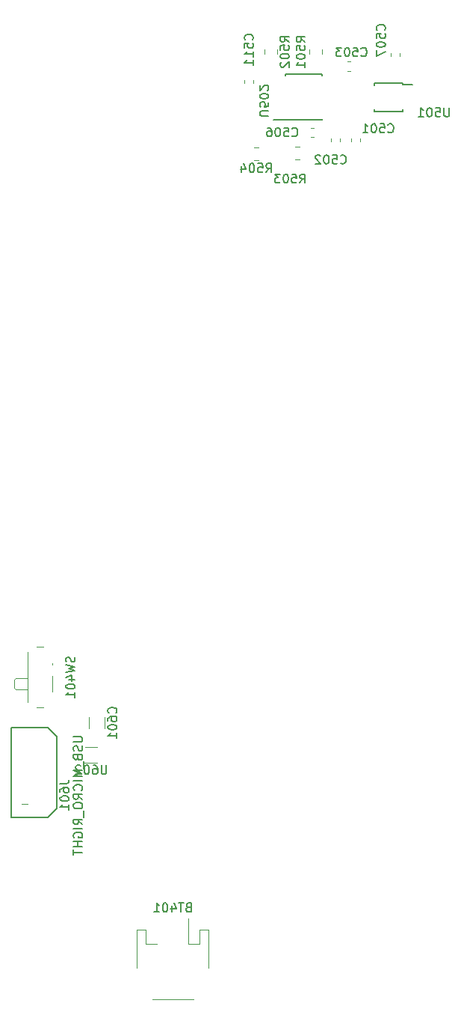
<source format=gbo>
G04 #@! TF.GenerationSoftware,KiCad,Pcbnew,(5.0.2-5)-5*
G04 #@! TF.CreationDate,2019-02-17T18:08:13-08:00*
G04 #@! TF.ProjectId,DC27-badge,44433237-2d62-4616-9467-652e6b696361,rev?*
G04 #@! TF.SameCoordinates,Original*
G04 #@! TF.FileFunction,Legend,Bot*
G04 #@! TF.FilePolarity,Positive*
%FSLAX46Y46*%
G04 Gerber Fmt 4.6, Leading zero omitted, Abs format (unit mm)*
G04 Created by KiCad (PCBNEW (5.0.2-5)-5) date Sunday, February 17, 2019 at 06:08:13 PM*
%MOMM*%
%LPD*%
G01*
G04 APERTURE LIST*
%ADD10C,0.120000*%
%ADD11C,0.150000*%
%ADD12C,0.127000*%
%ADD13C,0.007620*%
%ADD14C,0.152400*%
G04 APERTURE END LIST*
D10*
G04 #@! TO.C,R501*
X101230000Y-50023922D02*
X101230000Y-50541078D01*
X102650000Y-50023922D02*
X102650000Y-50541078D01*
D11*
G04 #@! TO.C,U502*
X98525000Y-57975000D02*
X98525000Y-57925000D01*
X102675000Y-57975000D02*
X102675000Y-57830000D01*
X102675000Y-52825000D02*
X102675000Y-52970000D01*
X98525000Y-52825000D02*
X98525000Y-52970000D01*
X98525000Y-57975000D02*
X102675000Y-57975000D01*
X98525000Y-52825000D02*
X102675000Y-52825000D01*
X98525000Y-57925000D02*
X97125000Y-57925000D01*
D10*
G04 #@! TO.C,R504*
X94941422Y-61090000D02*
X95458578Y-61090000D01*
X94941422Y-62510000D02*
X95458578Y-62510000D01*
G04 #@! TO.C,R502*
X96120000Y-50521078D02*
X96120000Y-50003922D01*
X97540000Y-50521078D02*
X97540000Y-50003922D01*
G04 #@! TO.C,R503*
X99641422Y-62460000D02*
X100158578Y-62460000D01*
X99641422Y-61040000D02*
X100158578Y-61040000D01*
G04 #@! TO.C,U602*
X75610000Y-130710000D02*
X77160000Y-130710000D01*
X77160000Y-128910000D02*
X75860000Y-128910000D01*
D12*
G04 #@! TO.C,J601*
X67475040Y-136880000D02*
X67475040Y-126720000D01*
X67475040Y-136880000D02*
X71627940Y-136880000D01*
X71627940Y-136880000D02*
X72628700Y-135879239D01*
X72628700Y-135879239D02*
X72628699Y-127720759D01*
X72628699Y-127720759D02*
X71627940Y-126720000D01*
X71627940Y-126720000D02*
X67475040Y-126720000D01*
D13*
X69280980Y-135348380D02*
X68582480Y-135348380D01*
D10*
G04 #@! TO.C,BT401*
X89810000Y-153840000D02*
X89810000Y-149590000D01*
X89810000Y-149590000D02*
X88790000Y-149590000D01*
X88790000Y-149590000D02*
X88790000Y-151190000D01*
X88790000Y-151190000D02*
X87510000Y-151190000D01*
X87510000Y-151190000D02*
X87510000Y-148300000D01*
X81690000Y-153840000D02*
X81690000Y-149590000D01*
X81690000Y-149590000D02*
X82710000Y-149590000D01*
X82710000Y-149590000D02*
X82710000Y-151190000D01*
X82710000Y-151190000D02*
X83990000Y-151190000D01*
X88090000Y-157410000D02*
X83410000Y-157410000D01*
G04 #@! TO.C,SW401*
X72120000Y-119600000D02*
X72120000Y-119400000D01*
X67980000Y-122400000D02*
X67770000Y-122200000D01*
X67980000Y-121100000D02*
X67770000Y-121300000D01*
X69270000Y-122400000D02*
X67980000Y-122400000D01*
X67770000Y-122200000D02*
X67770000Y-121300000D01*
X67980000Y-121100000D02*
X69270000Y-121100000D01*
X69270000Y-123850000D02*
X69270000Y-118150000D01*
X72120000Y-122600000D02*
X72120000Y-120900000D01*
X71070000Y-124450000D02*
X70280000Y-124450000D01*
X70280000Y-117550000D02*
X71070000Y-117550000D01*
G04 #@! TO.C,C511*
X94910000Y-53775279D02*
X94910000Y-53449721D01*
X93890000Y-53775279D02*
X93890000Y-53449721D01*
G04 #@! TO.C,C507*
X111470000Y-50775279D02*
X111470000Y-50449721D01*
X110450000Y-50775279D02*
X110450000Y-50449721D01*
G04 #@! TO.C,C501*
X106960000Y-60059721D02*
X106960000Y-60385279D01*
X105940000Y-60059721D02*
X105940000Y-60385279D01*
G04 #@! TO.C,C502*
X103690000Y-60049721D02*
X103690000Y-60375279D01*
X104710000Y-60049721D02*
X104710000Y-60375279D01*
G04 #@! TO.C,C503*
X105574721Y-51390000D02*
X105900279Y-51390000D01*
X105574721Y-52410000D02*
X105900279Y-52410000D01*
G04 #@! TO.C,C506*
X101374721Y-59910000D02*
X101700279Y-59910000D01*
X101374721Y-58890000D02*
X101700279Y-58890000D01*
G04 #@! TO.C,C601*
X78030000Y-126762064D02*
X78030000Y-125557936D01*
X76210000Y-126762064D02*
X76210000Y-125557936D01*
D11*
G04 #@! TO.C,U501*
X111825000Y-53775000D02*
X111825000Y-53950000D01*
X108575000Y-53775000D02*
X108575000Y-54050000D01*
X108575000Y-57025000D02*
X108575000Y-56750000D01*
X111825000Y-57025000D02*
X111825000Y-56750000D01*
X111825000Y-53775000D02*
X108575000Y-53775000D01*
X111825000Y-57025000D02*
X108575000Y-57025000D01*
X111825000Y-53950000D02*
X112900000Y-53950000D01*
G04 #@! TO.C,R501*
X100742380Y-49163452D02*
X100266190Y-48830119D01*
X100742380Y-48592023D02*
X99742380Y-48592023D01*
X99742380Y-48972976D01*
X99790000Y-49068214D01*
X99837619Y-49115833D01*
X99932857Y-49163452D01*
X100075714Y-49163452D01*
X100170952Y-49115833D01*
X100218571Y-49068214D01*
X100266190Y-48972976D01*
X100266190Y-48592023D01*
X99742380Y-50068214D02*
X99742380Y-49592023D01*
X100218571Y-49544404D01*
X100170952Y-49592023D01*
X100123333Y-49687261D01*
X100123333Y-49925357D01*
X100170952Y-50020595D01*
X100218571Y-50068214D01*
X100313809Y-50115833D01*
X100551904Y-50115833D01*
X100647142Y-50068214D01*
X100694761Y-50020595D01*
X100742380Y-49925357D01*
X100742380Y-49687261D01*
X100694761Y-49592023D01*
X100647142Y-49544404D01*
X99742380Y-50734880D02*
X99742380Y-50830119D01*
X99790000Y-50925357D01*
X99837619Y-50972976D01*
X99932857Y-51020595D01*
X100123333Y-51068214D01*
X100361428Y-51068214D01*
X100551904Y-51020595D01*
X100647142Y-50972976D01*
X100694761Y-50925357D01*
X100742380Y-50830119D01*
X100742380Y-50734880D01*
X100694761Y-50639642D01*
X100647142Y-50592023D01*
X100551904Y-50544404D01*
X100361428Y-50496785D01*
X100123333Y-50496785D01*
X99932857Y-50544404D01*
X99837619Y-50592023D01*
X99790000Y-50639642D01*
X99742380Y-50734880D01*
X100742380Y-52020595D02*
X100742380Y-51449166D01*
X100742380Y-51734880D02*
X99742380Y-51734880D01*
X99885238Y-51639642D01*
X99980476Y-51544404D01*
X100028095Y-51449166D01*
G04 #@! TO.C,U502*
X96597619Y-57514285D02*
X95788095Y-57514285D01*
X95692857Y-57466666D01*
X95645238Y-57419047D01*
X95597619Y-57323809D01*
X95597619Y-57133333D01*
X95645238Y-57038095D01*
X95692857Y-56990476D01*
X95788095Y-56942857D01*
X96597619Y-56942857D01*
X96597619Y-55990476D02*
X96597619Y-56466666D01*
X96121428Y-56514285D01*
X96169047Y-56466666D01*
X96216666Y-56371428D01*
X96216666Y-56133333D01*
X96169047Y-56038095D01*
X96121428Y-55990476D01*
X96026190Y-55942857D01*
X95788095Y-55942857D01*
X95692857Y-55990476D01*
X95645238Y-56038095D01*
X95597619Y-56133333D01*
X95597619Y-56371428D01*
X95645238Y-56466666D01*
X95692857Y-56514285D01*
X96597619Y-55323809D02*
X96597619Y-55228571D01*
X96550000Y-55133333D01*
X96502380Y-55085714D01*
X96407142Y-55038095D01*
X96216666Y-54990476D01*
X95978571Y-54990476D01*
X95788095Y-55038095D01*
X95692857Y-55085714D01*
X95645238Y-55133333D01*
X95597619Y-55228571D01*
X95597619Y-55323809D01*
X95645238Y-55419047D01*
X95692857Y-55466666D01*
X95788095Y-55514285D01*
X95978571Y-55561904D01*
X96216666Y-55561904D01*
X96407142Y-55514285D01*
X96502380Y-55466666D01*
X96550000Y-55419047D01*
X96597619Y-55323809D01*
X96502380Y-54609523D02*
X96550000Y-54561904D01*
X96597619Y-54466666D01*
X96597619Y-54228571D01*
X96550000Y-54133333D01*
X96502380Y-54085714D01*
X96407142Y-54038095D01*
X96311904Y-54038095D01*
X96169047Y-54085714D01*
X95597619Y-54657142D01*
X95597619Y-54038095D01*
G04 #@! TO.C,R504*
X96319047Y-63902380D02*
X96652380Y-63426190D01*
X96890476Y-63902380D02*
X96890476Y-62902380D01*
X96509523Y-62902380D01*
X96414285Y-62950000D01*
X96366666Y-62997619D01*
X96319047Y-63092857D01*
X96319047Y-63235714D01*
X96366666Y-63330952D01*
X96414285Y-63378571D01*
X96509523Y-63426190D01*
X96890476Y-63426190D01*
X95414285Y-62902380D02*
X95890476Y-62902380D01*
X95938095Y-63378571D01*
X95890476Y-63330952D01*
X95795238Y-63283333D01*
X95557142Y-63283333D01*
X95461904Y-63330952D01*
X95414285Y-63378571D01*
X95366666Y-63473809D01*
X95366666Y-63711904D01*
X95414285Y-63807142D01*
X95461904Y-63854761D01*
X95557142Y-63902380D01*
X95795238Y-63902380D01*
X95890476Y-63854761D01*
X95938095Y-63807142D01*
X94747619Y-62902380D02*
X94652380Y-62902380D01*
X94557142Y-62950000D01*
X94509523Y-62997619D01*
X94461904Y-63092857D01*
X94414285Y-63283333D01*
X94414285Y-63521428D01*
X94461904Y-63711904D01*
X94509523Y-63807142D01*
X94557142Y-63854761D01*
X94652380Y-63902380D01*
X94747619Y-63902380D01*
X94842857Y-63854761D01*
X94890476Y-63807142D01*
X94938095Y-63711904D01*
X94985714Y-63521428D01*
X94985714Y-63283333D01*
X94938095Y-63092857D01*
X94890476Y-62997619D01*
X94842857Y-62950000D01*
X94747619Y-62902380D01*
X93557142Y-63235714D02*
X93557142Y-63902380D01*
X93795238Y-62854761D02*
X94033333Y-63569047D01*
X93414285Y-63569047D01*
G04 #@! TO.C,R502*
X98932380Y-49143452D02*
X98456190Y-48810119D01*
X98932380Y-48572023D02*
X97932380Y-48572023D01*
X97932380Y-48952976D01*
X97980000Y-49048214D01*
X98027619Y-49095833D01*
X98122857Y-49143452D01*
X98265714Y-49143452D01*
X98360952Y-49095833D01*
X98408571Y-49048214D01*
X98456190Y-48952976D01*
X98456190Y-48572023D01*
X97932380Y-50048214D02*
X97932380Y-49572023D01*
X98408571Y-49524404D01*
X98360952Y-49572023D01*
X98313333Y-49667261D01*
X98313333Y-49905357D01*
X98360952Y-50000595D01*
X98408571Y-50048214D01*
X98503809Y-50095833D01*
X98741904Y-50095833D01*
X98837142Y-50048214D01*
X98884761Y-50000595D01*
X98932380Y-49905357D01*
X98932380Y-49667261D01*
X98884761Y-49572023D01*
X98837142Y-49524404D01*
X97932380Y-50714880D02*
X97932380Y-50810119D01*
X97980000Y-50905357D01*
X98027619Y-50952976D01*
X98122857Y-51000595D01*
X98313333Y-51048214D01*
X98551428Y-51048214D01*
X98741904Y-51000595D01*
X98837142Y-50952976D01*
X98884761Y-50905357D01*
X98932380Y-50810119D01*
X98932380Y-50714880D01*
X98884761Y-50619642D01*
X98837142Y-50572023D01*
X98741904Y-50524404D01*
X98551428Y-50476785D01*
X98313333Y-50476785D01*
X98122857Y-50524404D01*
X98027619Y-50572023D01*
X97980000Y-50619642D01*
X97932380Y-50714880D01*
X98027619Y-51429166D02*
X97980000Y-51476785D01*
X97932380Y-51572023D01*
X97932380Y-51810119D01*
X97980000Y-51905357D01*
X98027619Y-51952976D01*
X98122857Y-52000595D01*
X98218095Y-52000595D01*
X98360952Y-51952976D01*
X98932380Y-51381547D01*
X98932380Y-52000595D01*
G04 #@! TO.C,R503*
X100159047Y-65102380D02*
X100492380Y-64626190D01*
X100730476Y-65102380D02*
X100730476Y-64102380D01*
X100349523Y-64102380D01*
X100254285Y-64150000D01*
X100206666Y-64197619D01*
X100159047Y-64292857D01*
X100159047Y-64435714D01*
X100206666Y-64530952D01*
X100254285Y-64578571D01*
X100349523Y-64626190D01*
X100730476Y-64626190D01*
X99254285Y-64102380D02*
X99730476Y-64102380D01*
X99778095Y-64578571D01*
X99730476Y-64530952D01*
X99635238Y-64483333D01*
X99397142Y-64483333D01*
X99301904Y-64530952D01*
X99254285Y-64578571D01*
X99206666Y-64673809D01*
X99206666Y-64911904D01*
X99254285Y-65007142D01*
X99301904Y-65054761D01*
X99397142Y-65102380D01*
X99635238Y-65102380D01*
X99730476Y-65054761D01*
X99778095Y-65007142D01*
X98587619Y-64102380D02*
X98492380Y-64102380D01*
X98397142Y-64150000D01*
X98349523Y-64197619D01*
X98301904Y-64292857D01*
X98254285Y-64483333D01*
X98254285Y-64721428D01*
X98301904Y-64911904D01*
X98349523Y-65007142D01*
X98397142Y-65054761D01*
X98492380Y-65102380D01*
X98587619Y-65102380D01*
X98682857Y-65054761D01*
X98730476Y-65007142D01*
X98778095Y-64911904D01*
X98825714Y-64721428D01*
X98825714Y-64483333D01*
X98778095Y-64292857D01*
X98730476Y-64197619D01*
X98682857Y-64150000D01*
X98587619Y-64102380D01*
X97920952Y-64102380D02*
X97301904Y-64102380D01*
X97635238Y-64483333D01*
X97492380Y-64483333D01*
X97397142Y-64530952D01*
X97349523Y-64578571D01*
X97301904Y-64673809D01*
X97301904Y-64911904D01*
X97349523Y-65007142D01*
X97397142Y-65054761D01*
X97492380Y-65102380D01*
X97778095Y-65102380D01*
X97873333Y-65054761D01*
X97920952Y-65007142D01*
G04 #@! TO.C,U602*
X78224285Y-130962380D02*
X78224285Y-131771904D01*
X78176666Y-131867142D01*
X78129047Y-131914761D01*
X78033809Y-131962380D01*
X77843333Y-131962380D01*
X77748095Y-131914761D01*
X77700476Y-131867142D01*
X77652857Y-131771904D01*
X77652857Y-130962380D01*
X76748095Y-130962380D02*
X76938571Y-130962380D01*
X77033809Y-131010000D01*
X77081428Y-131057619D01*
X77176666Y-131200476D01*
X77224285Y-131390952D01*
X77224285Y-131771904D01*
X77176666Y-131867142D01*
X77129047Y-131914761D01*
X77033809Y-131962380D01*
X76843333Y-131962380D01*
X76748095Y-131914761D01*
X76700476Y-131867142D01*
X76652857Y-131771904D01*
X76652857Y-131533809D01*
X76700476Y-131438571D01*
X76748095Y-131390952D01*
X76843333Y-131343333D01*
X77033809Y-131343333D01*
X77129047Y-131390952D01*
X77176666Y-131438571D01*
X77224285Y-131533809D01*
X76033809Y-130962380D02*
X75938571Y-130962380D01*
X75843333Y-131010000D01*
X75795714Y-131057619D01*
X75748095Y-131152857D01*
X75700476Y-131343333D01*
X75700476Y-131581428D01*
X75748095Y-131771904D01*
X75795714Y-131867142D01*
X75843333Y-131914761D01*
X75938571Y-131962380D01*
X76033809Y-131962380D01*
X76129047Y-131914761D01*
X76176666Y-131867142D01*
X76224285Y-131771904D01*
X76271904Y-131581428D01*
X76271904Y-131343333D01*
X76224285Y-131152857D01*
X76176666Y-131057619D01*
X76129047Y-131010000D01*
X76033809Y-130962380D01*
X75319523Y-131057619D02*
X75271904Y-131010000D01*
X75176666Y-130962380D01*
X74938571Y-130962380D01*
X74843333Y-131010000D01*
X74795714Y-131057619D01*
X74748095Y-131152857D01*
X74748095Y-131248095D01*
X74795714Y-131390952D01*
X75367142Y-131962380D01*
X74748095Y-131962380D01*
G04 #@! TO.C,J601*
D14*
X72979099Y-133033714D02*
X73704813Y-133033714D01*
X73849956Y-132985333D01*
X73946718Y-132888571D01*
X73995099Y-132743428D01*
X73995099Y-132646666D01*
X72979099Y-133952952D02*
X72979099Y-133759428D01*
X73027480Y-133662666D01*
X73075860Y-133614285D01*
X73221003Y-133517523D01*
X73414527Y-133469142D01*
X73801575Y-133469142D01*
X73898337Y-133517523D01*
X73946718Y-133565904D01*
X73995099Y-133662666D01*
X73995099Y-133856190D01*
X73946718Y-133952952D01*
X73898337Y-134001333D01*
X73801575Y-134049714D01*
X73559670Y-134049714D01*
X73462908Y-134001333D01*
X73414527Y-133952952D01*
X73366146Y-133856190D01*
X73366146Y-133662666D01*
X73414527Y-133565904D01*
X73462908Y-133517523D01*
X73559670Y-133469142D01*
X72979099Y-134678666D02*
X72979099Y-134775428D01*
X73027480Y-134872190D01*
X73075860Y-134920571D01*
X73172622Y-134968952D01*
X73366146Y-135017333D01*
X73608051Y-135017333D01*
X73801575Y-134968952D01*
X73898337Y-134920571D01*
X73946718Y-134872190D01*
X73995099Y-134775428D01*
X73995099Y-134678666D01*
X73946718Y-134581904D01*
X73898337Y-134533523D01*
X73801575Y-134485142D01*
X73608051Y-134436761D01*
X73366146Y-134436761D01*
X73172622Y-134485142D01*
X73075860Y-134533523D01*
X73027480Y-134581904D01*
X72979099Y-134678666D01*
X73995099Y-135984952D02*
X73995099Y-135404380D01*
X73995099Y-135694666D02*
X72979099Y-135694666D01*
X73124241Y-135597904D01*
X73221003Y-135501142D01*
X73269384Y-135404380D01*
X74503099Y-127736000D02*
X75325575Y-127736000D01*
X75422337Y-127784380D01*
X75470718Y-127832761D01*
X75519099Y-127929523D01*
X75519099Y-128123047D01*
X75470718Y-128219809D01*
X75422337Y-128268190D01*
X75325575Y-128316571D01*
X74503099Y-128316571D01*
X75470718Y-128752000D02*
X75519099Y-128897142D01*
X75519099Y-129139047D01*
X75470718Y-129235809D01*
X75422337Y-129284190D01*
X75325575Y-129332571D01*
X75228813Y-129332571D01*
X75132051Y-129284190D01*
X75083670Y-129235809D01*
X75035289Y-129139047D01*
X74986908Y-128945523D01*
X74938527Y-128848761D01*
X74890146Y-128800380D01*
X74793384Y-128752000D01*
X74696622Y-128752000D01*
X74599860Y-128800380D01*
X74551480Y-128848761D01*
X74503099Y-128945523D01*
X74503099Y-129187428D01*
X74551480Y-129332571D01*
X74986908Y-130106666D02*
X75035289Y-130251809D01*
X75083670Y-130300190D01*
X75180432Y-130348571D01*
X75325575Y-130348571D01*
X75422337Y-130300190D01*
X75470718Y-130251809D01*
X75519099Y-130155047D01*
X75519099Y-129768000D01*
X74503099Y-129768000D01*
X74503099Y-130106666D01*
X74551480Y-130203428D01*
X74599860Y-130251809D01*
X74696622Y-130300190D01*
X74793384Y-130300190D01*
X74890146Y-130251809D01*
X74938527Y-130203428D01*
X74986908Y-130106666D01*
X74986908Y-129768000D01*
X75615860Y-130542095D02*
X75615860Y-131316190D01*
X75519099Y-131558095D02*
X74503099Y-131558095D01*
X75228813Y-131896761D01*
X74503099Y-132235428D01*
X75519099Y-132235428D01*
X75519099Y-132719238D02*
X74503099Y-132719238D01*
X75422337Y-133783619D02*
X75470718Y-133735238D01*
X75519099Y-133590095D01*
X75519099Y-133493333D01*
X75470718Y-133348190D01*
X75373956Y-133251428D01*
X75277194Y-133203047D01*
X75083670Y-133154666D01*
X74938527Y-133154666D01*
X74745003Y-133203047D01*
X74648241Y-133251428D01*
X74551480Y-133348190D01*
X74503099Y-133493333D01*
X74503099Y-133590095D01*
X74551480Y-133735238D01*
X74599860Y-133783619D01*
X75519099Y-134799619D02*
X75035289Y-134460952D01*
X75519099Y-134219047D02*
X74503099Y-134219047D01*
X74503099Y-134606095D01*
X74551480Y-134702857D01*
X74599860Y-134751238D01*
X74696622Y-134799619D01*
X74841765Y-134799619D01*
X74938527Y-134751238D01*
X74986908Y-134702857D01*
X75035289Y-134606095D01*
X75035289Y-134219047D01*
X74503099Y-135428571D02*
X74503099Y-135622095D01*
X74551480Y-135718857D01*
X74648241Y-135815619D01*
X74841765Y-135864000D01*
X75180432Y-135864000D01*
X75373956Y-135815619D01*
X75470718Y-135718857D01*
X75519099Y-135622095D01*
X75519099Y-135428571D01*
X75470718Y-135331809D01*
X75373956Y-135235047D01*
X75180432Y-135186666D01*
X74841765Y-135186666D01*
X74648241Y-135235047D01*
X74551480Y-135331809D01*
X74503099Y-135428571D01*
X75615860Y-136057523D02*
X75615860Y-136831619D01*
X75519099Y-137654095D02*
X75035289Y-137315428D01*
X75519099Y-137073523D02*
X74503099Y-137073523D01*
X74503099Y-137460571D01*
X74551480Y-137557333D01*
X74599860Y-137605714D01*
X74696622Y-137654095D01*
X74841765Y-137654095D01*
X74938527Y-137605714D01*
X74986908Y-137557333D01*
X75035289Y-137460571D01*
X75035289Y-137073523D01*
X75519099Y-138089523D02*
X74503099Y-138089523D01*
X74551480Y-139105523D02*
X74503099Y-139008761D01*
X74503099Y-138863619D01*
X74551480Y-138718476D01*
X74648241Y-138621714D01*
X74745003Y-138573333D01*
X74938527Y-138524952D01*
X75083670Y-138524952D01*
X75277194Y-138573333D01*
X75373956Y-138621714D01*
X75470718Y-138718476D01*
X75519099Y-138863619D01*
X75519099Y-138960380D01*
X75470718Y-139105523D01*
X75422337Y-139153904D01*
X75083670Y-139153904D01*
X75083670Y-138960380D01*
X75519099Y-139589333D02*
X74503099Y-139589333D01*
X74986908Y-139589333D02*
X74986908Y-140169904D01*
X75519099Y-140169904D02*
X74503099Y-140169904D01*
X74503099Y-140508571D02*
X74503099Y-141089142D01*
X75519099Y-140798857D02*
X74503099Y-140798857D01*
G04 #@! TO.C,BT401*
D11*
X87488095Y-147028571D02*
X87345238Y-147076190D01*
X87297619Y-147123809D01*
X87250000Y-147219047D01*
X87250000Y-147361904D01*
X87297619Y-147457142D01*
X87345238Y-147504761D01*
X87440476Y-147552380D01*
X87821428Y-147552380D01*
X87821428Y-146552380D01*
X87488095Y-146552380D01*
X87392857Y-146600000D01*
X87345238Y-146647619D01*
X87297619Y-146742857D01*
X87297619Y-146838095D01*
X87345238Y-146933333D01*
X87392857Y-146980952D01*
X87488095Y-147028571D01*
X87821428Y-147028571D01*
X86964285Y-146552380D02*
X86392857Y-146552380D01*
X86678571Y-147552380D02*
X86678571Y-146552380D01*
X85630952Y-146885714D02*
X85630952Y-147552380D01*
X85869047Y-146504761D02*
X86107142Y-147219047D01*
X85488095Y-147219047D01*
X84916666Y-146552380D02*
X84821428Y-146552380D01*
X84726190Y-146600000D01*
X84678571Y-146647619D01*
X84630952Y-146742857D01*
X84583333Y-146933333D01*
X84583333Y-147171428D01*
X84630952Y-147361904D01*
X84678571Y-147457142D01*
X84726190Y-147504761D01*
X84821428Y-147552380D01*
X84916666Y-147552380D01*
X85011904Y-147504761D01*
X85059523Y-147457142D01*
X85107142Y-147361904D01*
X85154761Y-147171428D01*
X85154761Y-146933333D01*
X85107142Y-146742857D01*
X85059523Y-146647619D01*
X85011904Y-146600000D01*
X84916666Y-146552380D01*
X83630952Y-147552380D02*
X84202380Y-147552380D01*
X83916666Y-147552380D02*
X83916666Y-146552380D01*
X84011904Y-146695238D01*
X84107142Y-146790476D01*
X84202380Y-146838095D01*
G04 #@! TO.C,SW401*
X74604761Y-118714285D02*
X74652380Y-118857142D01*
X74652380Y-119095238D01*
X74604761Y-119190476D01*
X74557142Y-119238095D01*
X74461904Y-119285714D01*
X74366666Y-119285714D01*
X74271428Y-119238095D01*
X74223809Y-119190476D01*
X74176190Y-119095238D01*
X74128571Y-118904761D01*
X74080952Y-118809523D01*
X74033333Y-118761904D01*
X73938095Y-118714285D01*
X73842857Y-118714285D01*
X73747619Y-118761904D01*
X73700000Y-118809523D01*
X73652380Y-118904761D01*
X73652380Y-119142857D01*
X73700000Y-119285714D01*
X73652380Y-119619047D02*
X74652380Y-119857142D01*
X73938095Y-120047619D01*
X74652380Y-120238095D01*
X73652380Y-120476190D01*
X73985714Y-121285714D02*
X74652380Y-121285714D01*
X73604761Y-121047619D02*
X74319047Y-120809523D01*
X74319047Y-121428571D01*
X73652380Y-122000000D02*
X73652380Y-122095238D01*
X73700000Y-122190476D01*
X73747619Y-122238095D01*
X73842857Y-122285714D01*
X74033333Y-122333333D01*
X74271428Y-122333333D01*
X74461904Y-122285714D01*
X74557142Y-122238095D01*
X74604761Y-122190476D01*
X74652380Y-122095238D01*
X74652380Y-122000000D01*
X74604761Y-121904761D01*
X74557142Y-121857142D01*
X74461904Y-121809523D01*
X74271428Y-121761904D01*
X74033333Y-121761904D01*
X73842857Y-121809523D01*
X73747619Y-121857142D01*
X73700000Y-121904761D01*
X73652380Y-122000000D01*
X74652380Y-123285714D02*
X74652380Y-122714285D01*
X74652380Y-123000000D02*
X73652380Y-123000000D01*
X73795238Y-122904761D01*
X73890476Y-122809523D01*
X73938095Y-122714285D01*
G04 #@! TO.C,C511*
X94757142Y-48905952D02*
X94804761Y-48858333D01*
X94852380Y-48715476D01*
X94852380Y-48620238D01*
X94804761Y-48477380D01*
X94709523Y-48382142D01*
X94614285Y-48334523D01*
X94423809Y-48286904D01*
X94280952Y-48286904D01*
X94090476Y-48334523D01*
X93995238Y-48382142D01*
X93900000Y-48477380D01*
X93852380Y-48620238D01*
X93852380Y-48715476D01*
X93900000Y-48858333D01*
X93947619Y-48905952D01*
X93852380Y-49810714D02*
X93852380Y-49334523D01*
X94328571Y-49286904D01*
X94280952Y-49334523D01*
X94233333Y-49429761D01*
X94233333Y-49667857D01*
X94280952Y-49763095D01*
X94328571Y-49810714D01*
X94423809Y-49858333D01*
X94661904Y-49858333D01*
X94757142Y-49810714D01*
X94804761Y-49763095D01*
X94852380Y-49667857D01*
X94852380Y-49429761D01*
X94804761Y-49334523D01*
X94757142Y-49286904D01*
X94852380Y-50810714D02*
X94852380Y-50239285D01*
X94852380Y-50525000D02*
X93852380Y-50525000D01*
X93995238Y-50429761D01*
X94090476Y-50334523D01*
X94138095Y-50239285D01*
X94852380Y-51763095D02*
X94852380Y-51191666D01*
X94852380Y-51477380D02*
X93852380Y-51477380D01*
X93995238Y-51382142D01*
X94090476Y-51286904D01*
X94138095Y-51191666D01*
G04 #@! TO.C,C507*
X109737142Y-47810952D02*
X109784761Y-47763333D01*
X109832380Y-47620476D01*
X109832380Y-47525238D01*
X109784761Y-47382380D01*
X109689523Y-47287142D01*
X109594285Y-47239523D01*
X109403809Y-47191904D01*
X109260952Y-47191904D01*
X109070476Y-47239523D01*
X108975238Y-47287142D01*
X108880000Y-47382380D01*
X108832380Y-47525238D01*
X108832380Y-47620476D01*
X108880000Y-47763333D01*
X108927619Y-47810952D01*
X108832380Y-48715714D02*
X108832380Y-48239523D01*
X109308571Y-48191904D01*
X109260952Y-48239523D01*
X109213333Y-48334761D01*
X109213333Y-48572857D01*
X109260952Y-48668095D01*
X109308571Y-48715714D01*
X109403809Y-48763333D01*
X109641904Y-48763333D01*
X109737142Y-48715714D01*
X109784761Y-48668095D01*
X109832380Y-48572857D01*
X109832380Y-48334761D01*
X109784761Y-48239523D01*
X109737142Y-48191904D01*
X108832380Y-49382380D02*
X108832380Y-49477619D01*
X108880000Y-49572857D01*
X108927619Y-49620476D01*
X109022857Y-49668095D01*
X109213333Y-49715714D01*
X109451428Y-49715714D01*
X109641904Y-49668095D01*
X109737142Y-49620476D01*
X109784761Y-49572857D01*
X109832380Y-49477619D01*
X109832380Y-49382380D01*
X109784761Y-49287142D01*
X109737142Y-49239523D01*
X109641904Y-49191904D01*
X109451428Y-49144285D01*
X109213333Y-49144285D01*
X109022857Y-49191904D01*
X108927619Y-49239523D01*
X108880000Y-49287142D01*
X108832380Y-49382380D01*
X108832380Y-50049047D02*
X108832380Y-50715714D01*
X109832380Y-50287142D01*
G04 #@! TO.C,C501*
X110139047Y-59317142D02*
X110186666Y-59364761D01*
X110329523Y-59412380D01*
X110424761Y-59412380D01*
X110567619Y-59364761D01*
X110662857Y-59269523D01*
X110710476Y-59174285D01*
X110758095Y-58983809D01*
X110758095Y-58840952D01*
X110710476Y-58650476D01*
X110662857Y-58555238D01*
X110567619Y-58460000D01*
X110424761Y-58412380D01*
X110329523Y-58412380D01*
X110186666Y-58460000D01*
X110139047Y-58507619D01*
X109234285Y-58412380D02*
X109710476Y-58412380D01*
X109758095Y-58888571D01*
X109710476Y-58840952D01*
X109615238Y-58793333D01*
X109377142Y-58793333D01*
X109281904Y-58840952D01*
X109234285Y-58888571D01*
X109186666Y-58983809D01*
X109186666Y-59221904D01*
X109234285Y-59317142D01*
X109281904Y-59364761D01*
X109377142Y-59412380D01*
X109615238Y-59412380D01*
X109710476Y-59364761D01*
X109758095Y-59317142D01*
X108567619Y-58412380D02*
X108472380Y-58412380D01*
X108377142Y-58460000D01*
X108329523Y-58507619D01*
X108281904Y-58602857D01*
X108234285Y-58793333D01*
X108234285Y-59031428D01*
X108281904Y-59221904D01*
X108329523Y-59317142D01*
X108377142Y-59364761D01*
X108472380Y-59412380D01*
X108567619Y-59412380D01*
X108662857Y-59364761D01*
X108710476Y-59317142D01*
X108758095Y-59221904D01*
X108805714Y-59031428D01*
X108805714Y-58793333D01*
X108758095Y-58602857D01*
X108710476Y-58507619D01*
X108662857Y-58460000D01*
X108567619Y-58412380D01*
X107281904Y-59412380D02*
X107853333Y-59412380D01*
X107567619Y-59412380D02*
X107567619Y-58412380D01*
X107662857Y-58555238D01*
X107758095Y-58650476D01*
X107853333Y-58698095D01*
G04 #@! TO.C,C502*
X104769047Y-62857142D02*
X104816666Y-62904761D01*
X104959523Y-62952380D01*
X105054761Y-62952380D01*
X105197619Y-62904761D01*
X105292857Y-62809523D01*
X105340476Y-62714285D01*
X105388095Y-62523809D01*
X105388095Y-62380952D01*
X105340476Y-62190476D01*
X105292857Y-62095238D01*
X105197619Y-62000000D01*
X105054761Y-61952380D01*
X104959523Y-61952380D01*
X104816666Y-62000000D01*
X104769047Y-62047619D01*
X103864285Y-61952380D02*
X104340476Y-61952380D01*
X104388095Y-62428571D01*
X104340476Y-62380952D01*
X104245238Y-62333333D01*
X104007142Y-62333333D01*
X103911904Y-62380952D01*
X103864285Y-62428571D01*
X103816666Y-62523809D01*
X103816666Y-62761904D01*
X103864285Y-62857142D01*
X103911904Y-62904761D01*
X104007142Y-62952380D01*
X104245238Y-62952380D01*
X104340476Y-62904761D01*
X104388095Y-62857142D01*
X103197619Y-61952380D02*
X103102380Y-61952380D01*
X103007142Y-62000000D01*
X102959523Y-62047619D01*
X102911904Y-62142857D01*
X102864285Y-62333333D01*
X102864285Y-62571428D01*
X102911904Y-62761904D01*
X102959523Y-62857142D01*
X103007142Y-62904761D01*
X103102380Y-62952380D01*
X103197619Y-62952380D01*
X103292857Y-62904761D01*
X103340476Y-62857142D01*
X103388095Y-62761904D01*
X103435714Y-62571428D01*
X103435714Y-62333333D01*
X103388095Y-62142857D01*
X103340476Y-62047619D01*
X103292857Y-62000000D01*
X103197619Y-61952380D01*
X102483333Y-62047619D02*
X102435714Y-62000000D01*
X102340476Y-61952380D01*
X102102380Y-61952380D01*
X102007142Y-62000000D01*
X101959523Y-62047619D01*
X101911904Y-62142857D01*
X101911904Y-62238095D01*
X101959523Y-62380952D01*
X102530952Y-62952380D01*
X101911904Y-62952380D01*
G04 #@! TO.C,C503*
X107099047Y-50697142D02*
X107146666Y-50744761D01*
X107289523Y-50792380D01*
X107384761Y-50792380D01*
X107527619Y-50744761D01*
X107622857Y-50649523D01*
X107670476Y-50554285D01*
X107718095Y-50363809D01*
X107718095Y-50220952D01*
X107670476Y-50030476D01*
X107622857Y-49935238D01*
X107527619Y-49840000D01*
X107384761Y-49792380D01*
X107289523Y-49792380D01*
X107146666Y-49840000D01*
X107099047Y-49887619D01*
X106194285Y-49792380D02*
X106670476Y-49792380D01*
X106718095Y-50268571D01*
X106670476Y-50220952D01*
X106575238Y-50173333D01*
X106337142Y-50173333D01*
X106241904Y-50220952D01*
X106194285Y-50268571D01*
X106146666Y-50363809D01*
X106146666Y-50601904D01*
X106194285Y-50697142D01*
X106241904Y-50744761D01*
X106337142Y-50792380D01*
X106575238Y-50792380D01*
X106670476Y-50744761D01*
X106718095Y-50697142D01*
X105527619Y-49792380D02*
X105432380Y-49792380D01*
X105337142Y-49840000D01*
X105289523Y-49887619D01*
X105241904Y-49982857D01*
X105194285Y-50173333D01*
X105194285Y-50411428D01*
X105241904Y-50601904D01*
X105289523Y-50697142D01*
X105337142Y-50744761D01*
X105432380Y-50792380D01*
X105527619Y-50792380D01*
X105622857Y-50744761D01*
X105670476Y-50697142D01*
X105718095Y-50601904D01*
X105765714Y-50411428D01*
X105765714Y-50173333D01*
X105718095Y-49982857D01*
X105670476Y-49887619D01*
X105622857Y-49840000D01*
X105527619Y-49792380D01*
X104860952Y-49792380D02*
X104241904Y-49792380D01*
X104575238Y-50173333D01*
X104432380Y-50173333D01*
X104337142Y-50220952D01*
X104289523Y-50268571D01*
X104241904Y-50363809D01*
X104241904Y-50601904D01*
X104289523Y-50697142D01*
X104337142Y-50744761D01*
X104432380Y-50792380D01*
X104718095Y-50792380D01*
X104813333Y-50744761D01*
X104860952Y-50697142D01*
G04 #@! TO.C,C506*
X99259047Y-59757142D02*
X99306666Y-59804761D01*
X99449523Y-59852380D01*
X99544761Y-59852380D01*
X99687619Y-59804761D01*
X99782857Y-59709523D01*
X99830476Y-59614285D01*
X99878095Y-59423809D01*
X99878095Y-59280952D01*
X99830476Y-59090476D01*
X99782857Y-58995238D01*
X99687619Y-58900000D01*
X99544761Y-58852380D01*
X99449523Y-58852380D01*
X99306666Y-58900000D01*
X99259047Y-58947619D01*
X98354285Y-58852380D02*
X98830476Y-58852380D01*
X98878095Y-59328571D01*
X98830476Y-59280952D01*
X98735238Y-59233333D01*
X98497142Y-59233333D01*
X98401904Y-59280952D01*
X98354285Y-59328571D01*
X98306666Y-59423809D01*
X98306666Y-59661904D01*
X98354285Y-59757142D01*
X98401904Y-59804761D01*
X98497142Y-59852380D01*
X98735238Y-59852380D01*
X98830476Y-59804761D01*
X98878095Y-59757142D01*
X97687619Y-58852380D02*
X97592380Y-58852380D01*
X97497142Y-58900000D01*
X97449523Y-58947619D01*
X97401904Y-59042857D01*
X97354285Y-59233333D01*
X97354285Y-59471428D01*
X97401904Y-59661904D01*
X97449523Y-59757142D01*
X97497142Y-59804761D01*
X97592380Y-59852380D01*
X97687619Y-59852380D01*
X97782857Y-59804761D01*
X97830476Y-59757142D01*
X97878095Y-59661904D01*
X97925714Y-59471428D01*
X97925714Y-59233333D01*
X97878095Y-59042857D01*
X97830476Y-58947619D01*
X97782857Y-58900000D01*
X97687619Y-58852380D01*
X96497142Y-58852380D02*
X96687619Y-58852380D01*
X96782857Y-58900000D01*
X96830476Y-58947619D01*
X96925714Y-59090476D01*
X96973333Y-59280952D01*
X96973333Y-59661904D01*
X96925714Y-59757142D01*
X96878095Y-59804761D01*
X96782857Y-59852380D01*
X96592380Y-59852380D01*
X96497142Y-59804761D01*
X96449523Y-59757142D01*
X96401904Y-59661904D01*
X96401904Y-59423809D01*
X96449523Y-59328571D01*
X96497142Y-59280952D01*
X96592380Y-59233333D01*
X96782857Y-59233333D01*
X96878095Y-59280952D01*
X96925714Y-59328571D01*
X96973333Y-59423809D01*
G04 #@! TO.C,C601*
X79297142Y-125040952D02*
X79344761Y-124993333D01*
X79392380Y-124850476D01*
X79392380Y-124755238D01*
X79344761Y-124612380D01*
X79249523Y-124517142D01*
X79154285Y-124469523D01*
X78963809Y-124421904D01*
X78820952Y-124421904D01*
X78630476Y-124469523D01*
X78535238Y-124517142D01*
X78440000Y-124612380D01*
X78392380Y-124755238D01*
X78392380Y-124850476D01*
X78440000Y-124993333D01*
X78487619Y-125040952D01*
X78392380Y-125898095D02*
X78392380Y-125707619D01*
X78440000Y-125612380D01*
X78487619Y-125564761D01*
X78630476Y-125469523D01*
X78820952Y-125421904D01*
X79201904Y-125421904D01*
X79297142Y-125469523D01*
X79344761Y-125517142D01*
X79392380Y-125612380D01*
X79392380Y-125802857D01*
X79344761Y-125898095D01*
X79297142Y-125945714D01*
X79201904Y-125993333D01*
X78963809Y-125993333D01*
X78868571Y-125945714D01*
X78820952Y-125898095D01*
X78773333Y-125802857D01*
X78773333Y-125612380D01*
X78820952Y-125517142D01*
X78868571Y-125469523D01*
X78963809Y-125421904D01*
X78392380Y-126612380D02*
X78392380Y-126707619D01*
X78440000Y-126802857D01*
X78487619Y-126850476D01*
X78582857Y-126898095D01*
X78773333Y-126945714D01*
X79011428Y-126945714D01*
X79201904Y-126898095D01*
X79297142Y-126850476D01*
X79344761Y-126802857D01*
X79392380Y-126707619D01*
X79392380Y-126612380D01*
X79344761Y-126517142D01*
X79297142Y-126469523D01*
X79201904Y-126421904D01*
X79011428Y-126374285D01*
X78773333Y-126374285D01*
X78582857Y-126421904D01*
X78487619Y-126469523D01*
X78440000Y-126517142D01*
X78392380Y-126612380D01*
X79392380Y-127898095D02*
X79392380Y-127326666D01*
X79392380Y-127612380D02*
X78392380Y-127612380D01*
X78535238Y-127517142D01*
X78630476Y-127421904D01*
X78678095Y-127326666D01*
G04 #@! TO.C,U501*
X117064285Y-56602380D02*
X117064285Y-57411904D01*
X117016666Y-57507142D01*
X116969047Y-57554761D01*
X116873809Y-57602380D01*
X116683333Y-57602380D01*
X116588095Y-57554761D01*
X116540476Y-57507142D01*
X116492857Y-57411904D01*
X116492857Y-56602380D01*
X115540476Y-56602380D02*
X116016666Y-56602380D01*
X116064285Y-57078571D01*
X116016666Y-57030952D01*
X115921428Y-56983333D01*
X115683333Y-56983333D01*
X115588095Y-57030952D01*
X115540476Y-57078571D01*
X115492857Y-57173809D01*
X115492857Y-57411904D01*
X115540476Y-57507142D01*
X115588095Y-57554761D01*
X115683333Y-57602380D01*
X115921428Y-57602380D01*
X116016666Y-57554761D01*
X116064285Y-57507142D01*
X114873809Y-56602380D02*
X114778571Y-56602380D01*
X114683333Y-56650000D01*
X114635714Y-56697619D01*
X114588095Y-56792857D01*
X114540476Y-56983333D01*
X114540476Y-57221428D01*
X114588095Y-57411904D01*
X114635714Y-57507142D01*
X114683333Y-57554761D01*
X114778571Y-57602380D01*
X114873809Y-57602380D01*
X114969047Y-57554761D01*
X115016666Y-57507142D01*
X115064285Y-57411904D01*
X115111904Y-57221428D01*
X115111904Y-56983333D01*
X115064285Y-56792857D01*
X115016666Y-56697619D01*
X114969047Y-56650000D01*
X114873809Y-56602380D01*
X113588095Y-57602380D02*
X114159523Y-57602380D01*
X113873809Y-57602380D02*
X113873809Y-56602380D01*
X113969047Y-56745238D01*
X114064285Y-56840476D01*
X114159523Y-56888095D01*
G04 #@! TD*
M02*

</source>
